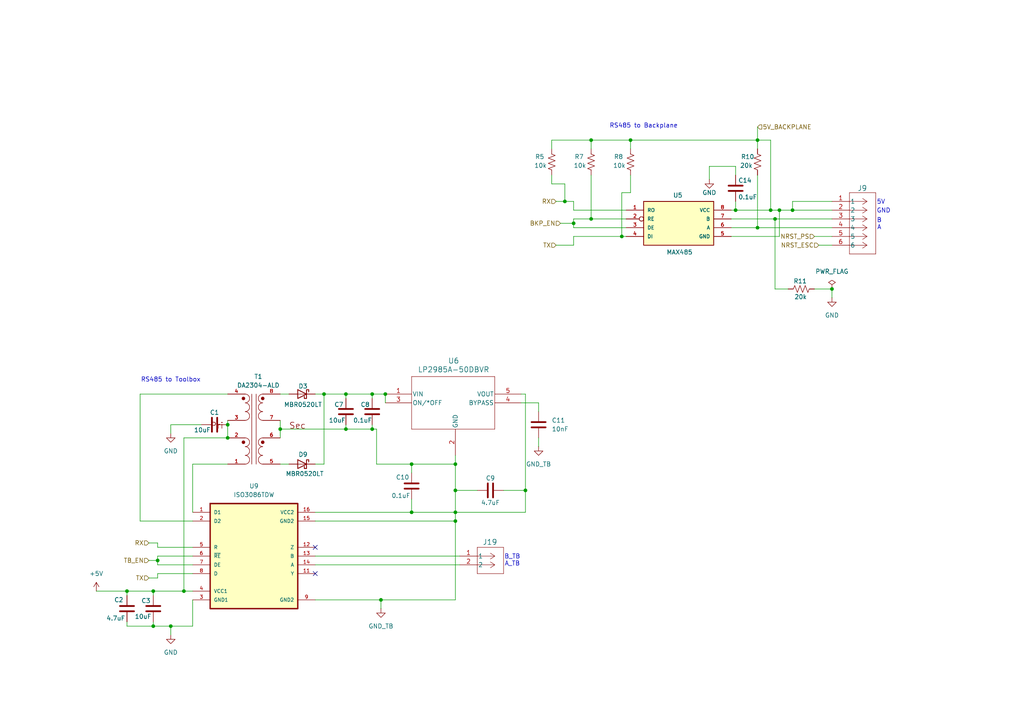
<source format=kicad_sch>
(kicad_sch (version 20231120) (generator "eeschema") (generator_version "8.0")
  (paper "A4")
  (lib_symbols
    (symbol "0430450212:430450212" (pin_names (offset 0.254))
      (property "Reference" "J" (at 8.89 6.35 0))
      (property "Value" "430450212" (at 0 0 0))
      (symbol "430450212_1_1"
        (polyline (pts (xy 5.08 -5.08) (xy 12.7 -5.08)) (stroke (width 0.127)))
        (polyline (pts (xy 5.08 2.54) (xy 5.08 -5.08)) (stroke (width 0.127)))
        (polyline (pts (xy 10.16 -2.54) (xy 5.08 -2.54)) (stroke (width 0.127)))
        (polyline (pts (xy 10.16 -2.54) (xy 8.89 -3.3867)) (stroke (width 0.127)))
        (polyline (pts (xy 10.16 -2.54) (xy 8.89 -1.6933)) (stroke (width 0.127)))
        (polyline (pts (xy 10.16 0) (xy 5.08 0)) (stroke (width 0.127)))
        (polyline (pts (xy 10.16 0) (xy 8.89 -0.8467)) (stroke (width 0.127)))
        (polyline (pts (xy 10.16 0) (xy 8.89 0.8467)) (stroke (width 0.127)))
        (polyline (pts (xy 12.7 -5.08) (xy 12.7 2.54)) (stroke (width 0.127)))
        (polyline (pts (xy 12.7 2.54) (xy 5.08 2.54)) (stroke (width 0.127)))
        (pin unspecified line (at 0 0 0) (length 5.08) (name "1") (number "1"))
        (pin unspecified line (at 0 -2.54 0) (length 5.08) (name "2") (number "2"))
      )
      (symbol "430450212_1_2"
        (polyline (pts (xy 5.08 -5.08) (xy 12.7 -5.08)) (stroke (width 0.127)))
        (polyline (pts (xy 5.08 2.54) (xy 5.08 -5.08)) (stroke (width 0.127)))
        (polyline (pts (xy 7.62 -2.54) (xy 5.08 -2.54)) (stroke (width 0.127)))
        (polyline (pts (xy 7.62 -2.54) (xy 8.89 -3.3867)) (stroke (width 0.127)))
        (polyline (pts (xy 7.62 -2.54) (xy 8.89 -1.6933)) (stroke (width 0.127)))
        (polyline (pts (xy 7.62 0) (xy 5.08 0)) (stroke (width 0.127)))
        (polyline (pts (xy 7.62 0) (xy 8.89 -0.8467)) (stroke (width 0.127)))
        (polyline (pts (xy 7.62 0) (xy 8.89 0.8467)) (stroke (width 0.127)))
        (polyline (pts (xy 12.7 -5.08) (xy 12.7 2.54)) (stroke (width 0.127)))
        (polyline (pts (xy 12.7 2.54) (xy 5.08 2.54)) (stroke (width 0.127)))
        (pin unspecified line (at 0 0 0) (length 5.08) (name "1") (number "1"))
        (pin unspecified line (at 0 -2.54 0) (length 5.08) (name "2") (number "2"))
      )
    )
    (symbol "CON_430450612_MOL:430450612" (pin_names (offset 0.254))
      (property "Reference" "J" (at 8.89 6.35 0))
      (property "Value" "430450612" (at 0 0 0))
      (symbol "430450612_1_1"
        (polyline (pts (xy 5.08 -15.24) (xy 12.7 -15.24)) (stroke (width 0.127)))
        (polyline (pts (xy 5.08 2.54) (xy 5.08 -15.24)) (stroke (width 0.127)))
        (polyline (pts (xy 10.16 -12.7) (xy 5.08 -12.7)) (stroke (width 0.127)))
        (polyline (pts (xy 10.16 -12.7) (xy 8.89 -13.5467)) (stroke (width 0.127)))
        (polyline (pts (xy 10.16 -12.7) (xy 8.89 -11.8533)) (stroke (width 0.127)))
        (polyline (pts (xy 10.16 -10.16) (xy 5.08 -10.16)) (stroke (width 0.127)))
        (polyline (pts (xy 10.16 -10.16) (xy 8.89 -11.0067)) (stroke (width 0.127)))
        (polyline (pts (xy 10.16 -10.16) (xy 8.89 -9.3133)) (stroke (width 0.127)))
        (polyline (pts (xy 10.16 -7.62) (xy 5.08 -7.62)) (stroke (width 0.127)))
        (polyline (pts (xy 10.16 -7.62) (xy 8.89 -8.4667)) (stroke (width 0.127)))
        (polyline (pts (xy 10.16 -7.62) (xy 8.89 -6.7733)) (stroke (width 0.127)))
        (polyline (pts (xy 10.16 -5.08) (xy 5.08 -5.08)) (stroke (width 0.127)))
        (polyline (pts (xy 10.16 -5.08) (xy 8.89 -5.9267)) (stroke (width 0.127)))
        (polyline (pts (xy 10.16 -5.08) (xy 8.89 -4.2333)) (stroke (width 0.127)))
        (polyline (pts (xy 10.16 -2.54) (xy 5.08 -2.54)) (stroke (width 0.127)))
        (polyline (pts (xy 10.16 -2.54) (xy 8.89 -3.3867)) (stroke (width 0.127)))
        (polyline (pts (xy 10.16 -2.54) (xy 8.89 -1.6933)) (stroke (width 0.127)))
        (polyline (pts (xy 10.16 0) (xy 5.08 0)) (stroke (width 0.127)))
        (polyline (pts (xy 10.16 0) (xy 8.89 -0.8467)) (stroke (width 0.127)))
        (polyline (pts (xy 10.16 0) (xy 8.89 0.8467)) (stroke (width 0.127)))
        (polyline (pts (xy 12.7 -15.24) (xy 12.7 2.54)) (stroke (width 0.127)))
        (polyline (pts (xy 12.7 2.54) (xy 5.08 2.54)) (stroke (width 0.127)))
        (pin unspecified line (at 0 0 0) (length 5.08) (name "1") (number "1"))
        (pin unspecified line (at 0 -2.54 0) (length 5.08) (name "2") (number "2"))
        (pin unspecified line (at 0 -5.08 0) (length 5.08) (name "3") (number "3"))
        (pin unspecified line (at 0 -7.62 0) (length 5.08) (name "4") (number "4"))
        (pin unspecified line (at 0 -10.16 0) (length 5.08) (name "5") (number "5"))
        (pin unspecified line (at 0 -12.7 0) (length 5.08) (name "6") (number "6"))
      )
      (symbol "430450612_1_2"
        (polyline (pts (xy 5.08 -15.24) (xy 12.7 -15.24)) (stroke (width 0.127)))
        (polyline (pts (xy 5.08 2.54) (xy 5.08 -15.24)) (stroke (width 0.127)))
        (polyline (pts (xy 7.62 -12.7) (xy 5.08 -12.7)) (stroke (width 0.127)))
        (polyline (pts (xy 7.62 -12.7) (xy 8.89 -13.5467)) (stroke (width 0.127)))
        (polyline (pts (xy 7.62 -12.7) (xy 8.89 -11.8533)) (stroke (width 0.127)))
        (polyline (pts (xy 7.62 -10.16) (xy 5.08 -10.16)) (stroke (width 0.127)))
        (polyline (pts (xy 7.62 -10.16) (xy 8.89 -11.0067)) (stroke (width 0.127)))
        (polyline (pts (xy 7.62 -10.16) (xy 8.89 -9.3133)) (stroke (width 0.127)))
        (polyline (pts (xy 7.62 -7.62) (xy 5.08 -7.62)) (stroke (width 0.127)))
        (polyline (pts (xy 7.62 -7.62) (xy 8.89 -8.4667)) (stroke (width 0.127)))
        (polyline (pts (xy 7.62 -7.62) (xy 8.89 -6.7733)) (stroke (width 0.127)))
        (polyline (pts (xy 7.62 -5.08) (xy 5.08 -5.08)) (stroke (width 0.127)))
        (polyline (pts (xy 7.62 -5.08) (xy 8.89 -5.9267)) (stroke (width 0.127)))
        (polyline (pts (xy 7.62 -5.08) (xy 8.89 -4.2333)) (stroke (width 0.127)))
        (polyline (pts (xy 7.62 -2.54) (xy 5.08 -2.54)) (stroke (width 0.127)))
        (polyline (pts (xy 7.62 -2.54) (xy 8.89 -3.3867)) (stroke (width 0.127)))
        (polyline (pts (xy 7.62 -2.54) (xy 8.89 -1.6933)) (stroke (width 0.127)))
        (polyline (pts (xy 7.62 0) (xy 5.08 0)) (stroke (width 0.127)))
        (polyline (pts (xy 7.62 0) (xy 8.89 -0.8467)) (stroke (width 0.127)))
        (polyline (pts (xy 7.62 0) (xy 8.89 0.8467)) (stroke (width 0.127)))
        (polyline (pts (xy 12.7 -15.24) (xy 12.7 2.54)) (stroke (width 0.127)))
        (polyline (pts (xy 12.7 2.54) (xy 5.08 2.54)) (stroke (width 0.127)))
        (pin unspecified line (at 0 0 0) (length 5.08) (name "1") (number "1"))
        (pin unspecified line (at 0 -2.54 0) (length 5.08) (name "2") (number "2"))
        (pin unspecified line (at 0 -5.08 0) (length 5.08) (name "3") (number "3"))
        (pin unspecified line (at 0 -7.62 0) (length 5.08) (name "4") (number "4"))
        (pin unspecified line (at 0 -10.16 0) (length 5.08) (name "5") (number "5"))
        (pin unspecified line (at 0 -12.7 0) (length 5.08) (name "6") (number "6"))
      )
    )
    (symbol "DA2304-ALD:DA2304-ALD" (pin_names (offset 1.016))
      (property "Reference" "T" (at -5.0839 12.7079 0))
      (property "Value" "DA2304-ALD" (at -5.0814 -15.2427 0))
      (symbol "DA2304-ALD_0_0"
        (circle (center -3.048 -3.81) (radius 0.254) (stroke (width 0.508)))
        (circle (center -3.048 8.89) (radius 0.254) (stroke (width 0.508)))
        (arc (start -2.54 -10.16) (mid -1.2755 -8.89) (end -2.54 -7.62) (stroke (width 0.1524)))
        (arc (start -2.54 -7.62) (mid -1.2755 -6.35) (end -2.54 -5.08) (stroke (width 0.1524)))
        (arc (start -2.54 -5.08) (mid -1.2755 -3.81) (end -2.54 -2.54) (stroke (width 0.1524)))
        (arc (start -2.54 2.54) (mid -1.2755 3.81) (end -2.54 5.08) (stroke (width 0.1524)))
        (arc (start -2.54 5.08) (mid -1.2755 6.35) (end -2.54 7.62) (stroke (width 0.1524)))
        (arc (start -2.54 7.62) (mid -1.2755 8.89) (end -2.54 10.16) (stroke (width 0.1524)))
        (polyline (pts (xy -0.635 10.16) (xy -0.635 -10.16)) (stroke (width 0.1524)))
        (polyline (pts (xy 0.635 10.16) (xy 0.635 -10.16)) (stroke (width 0.1524)))
        (arc (start 2.54 -7.62) (mid 1.2755 -8.89) (end 2.54 -10.16) (stroke (width 0.1524)))
        (arc (start 2.54 -5.08) (mid 1.2755 -6.35) (end 2.54 -7.62) (stroke (width 0.1524)))
        (circle (center 2.54 -3.81) (radius 0.254) (stroke (width 0.508)))
        (arc (start 2.54 -2.54) (mid 1.2755 -3.81) (end 2.54 -5.08) (stroke (width 0.1524)))
        (arc (start 2.54 5.08) (mid 1.2755 3.81) (end 2.54 2.54) (stroke (width 0.1524)))
        (arc (start 2.54 7.62) (mid 1.2755 6.35) (end 2.54 5.08) (stroke (width 0.1524)))
        (circle (center 2.54 8.89) (radius 0.254) (stroke (width 0.508)))
        (arc (start 2.54 10.16) (mid 1.2755 8.89) (end 2.54 7.62) (stroke (width 0.1524)))
        (text "Pri" (at -12.7 0 0) (effects (font (size 1.778 1.778)) (justify left bottom)))
        (text "Sec" (at 10.16 0 0) (effects (font (size 1.778 1.778)) (justify left bottom)))
        (pin passive line (at -7.62 -10.16 0) (length 5.08) (name "~") (number "1"))
        (pin passive line (at -7.62 -2.54 0) (length 5.08) (name "~") (number "2"))
        (pin passive line (at -7.62 2.54 0) (length 5.08) (name "~") (number "3"))
        (pin passive line (at -7.62 10.16 0) (length 5.08) (name "~") (number "4"))
        (pin passive line (at 7.62 -10.16 180) (length 5.08) (name "~") (number "5"))
        (pin passive line (at 7.62 -2.54 180) (length 5.08) (name "~") (number "6"))
        (pin passive line (at 7.62 2.54 180) (length 5.08) (name "~") (number "7"))
        (pin passive line (at 7.62 10.16 180) (length 5.08) (name "~") (number "8"))
      )
    )
    (symbol "Device:C" (pin_numbers hide) (pin_names (offset 0.254))
      (property "Reference" "C" (at 0.635 2.54 0))
      (property "Value" "C" (at 0.635 -2.54 0))
      (symbol "C_0_1"
        (polyline (pts (xy -2.032 -0.762) (xy 2.032 -0.762)) (stroke (width 0.508)))
        (polyline (pts (xy -2.032 0.762) (xy 2.032 0.762)) (stroke (width 0.508)))
      )
      (symbol "C_1_1"
        (pin passive line (at 0 3.81 270) (length 2.794) (name "~") (number "1"))
        (pin passive line (at 0 -3.81 90) (length 2.794) (name "~") (number "2"))
      )
    )
    (symbol "Device:R_US" (pin_numbers hide) (pin_names (offset 0))
      (property "Reference" "R" (at 2.54 0 90))
      (property "Value" "R_US" (at -2.54 0 90))
      (symbol "R_US_0_1"
        (polyline (pts (xy 0 -2.286) (xy 0 -2.54)))
        (polyline (pts (xy 0 2.286) (xy 0 2.54)))
        (polyline (pts (xy 0 -0.762) (xy 1.016 -1.143) (xy 0 -1.524) (xy -1.016 -1.905) (xy 0 -2.286)))
        (polyline (pts (xy 0 0.762) (xy 1.016 0.381) (xy 0 0) (xy -1.016 -0.381) (xy 0 -0.762)))
        (polyline (pts (xy 0 2.286) (xy 1.016 1.905) (xy 0 1.524) (xy -1.016 1.143) (xy 0 0.762)))
      )
      (symbol "R_US_1_1"
        (pin passive line (at 0 3.81 270) (length 1.27) (name "~") (number "1"))
        (pin passive line (at 0 -3.81 90) (length 1.27) (name "~") (number "2"))
      )
    )
    (symbol "Diode:MBR0520LT" (pin_numbers hide) (pin_names (offset 1.016) hide)
      (property "Reference" "D" (at 0 2.54 0))
      (property "Value" "MBR0520LT" (at 0 -2.54 0))
      (symbol "MBR0520LT_0_1"
        (polyline (pts (xy 1.27 0) (xy -1.27 0)))
        (polyline (pts (xy 1.27 1.27) (xy 1.27 -1.27) (xy -1.27 0) (xy 1.27 1.27)) (stroke (width 0.254)))
        (polyline (pts (xy -1.905 0.635) (xy -1.905 1.27) (xy -1.27 1.27) (xy -1.27 -1.27) (xy -0.635 -1.27) (xy -0.635 -0.635)) (stroke (width 0.254)))
      )
      (symbol "MBR0520LT_1_1"
        (pin passive line (at -3.81 0 0) (length 2.54) (name "K") (number "1"))
        (pin passive line (at 3.81 0 180) (length 2.54) (name "A") (number "2"))
      )
    )
    (symbol "ISO3086TDW:ISO3086TDW" (pin_names (offset 1.016))
      (property "Reference" "U9" (at 0 20.32 0))
      (property "Value" "ISO3086TDW" (at 0 17.78 0))
      (symbol "ISO3086TDW_0_0"
        (rectangle (start -12.7 15.24) (end 12.7 -15.24) (stroke (width 0.41)) (fill (type background)))
        (pin output line (at -17.78 12.7 0) (length 5.08) (name "D1") (number "1"))
        (pin output line (at 17.78 -5.08 180) (length 5.08) (name "Y") (number "11"))
        (pin output line (at 17.78 2.54 180) (length 5.08) (name "Z") (number "12"))
        (pin input line (at 17.78 0 180) (length 5.08) (name "B") (number "13"))
        (pin input line (at 17.78 -2.54 180) (length 5.08) (name "A") (number "14"))
        (pin power_in line (at 17.78 10.16 180) (length 5.08) (name "GND2") (number "15"))
        (pin power_in line (at 17.78 12.7 180) (length 5.08) (name "VCC2") (number "16"))
        (pin output line (at -17.78 10.16 0) (length 5.08) (name "D2") (number "2"))
        (pin power_in line (at -17.78 -12.7 0) (length 5.08) (name "GND1") (number "3"))
        (pin power_in line (at -17.78 -10.16 0) (length 5.08) (name "VCC1") (number "4"))
        (pin output line (at -17.78 2.54 0) (length 5.08) (name "R") (number "5"))
        (pin input line (at -17.78 0 0) (length 5.08) (name "~{RE}") (number "6"))
        (pin input line (at -17.78 -2.54 0) (length 5.08) (name "DE") (number "7"))
        (pin input line (at -17.78 -5.08 0) (length 5.08) (name "D") (number "8"))
        (pin power_in line (at 17.78 -12.7 180) (length 5.08) (name "GND2") (number "9"))
      )
    )
    (symbol "LP2985A-50DBVR:LP2985A-50DBVR" (pin_names (offset 0.254))
      (property "Reference" "U6" (at 19.812 9.652 0))
      (property "Value" "LP2985A-50DBVR" (at 19.812 7.112 0))
      (symbol "LP2985A-50DBVR_0_1"
        (polyline (pts (xy 7.62 -10.16) (xy 31.75 -10.16)) (stroke (width 0.127)))
        (polyline (pts (xy 7.62 5.08) (xy 7.62 -10.16)) (stroke (width 0.127)))
        (polyline (pts (xy 31.75 -10.16) (xy 31.75 5.08)) (stroke (width 0.127)))
        (polyline (pts (xy 31.75 5.08) (xy 7.62 5.08)) (stroke (width 0.127)))
        (pin input line (at 0 0 0) (length 7.62) (name "VIN") (number "1"))
        (pin power_in line (at 20.32 -17.78 90) (length 7.62) (name "GND") (number "2"))
        (pin unspecified line (at 0 -2.54 0) (length 7.62) (name "ON/*OFF") (number "3"))
        (pin unspecified line (at 39.37 -2.54 180) (length 7.62) (name "BYPASS") (number "4"))
        (pin output line (at 39.37 0 180) (length 7.62) (name "VOUT") (number "5"))
      )
    )
    (symbol "MAX485:MAX485" (pin_names (offset 1.016))
      (property "Reference" "U" (at -10.1786 7.634 0))
      (property "Value" "MAX485" (at -10.1702 -7.6276 0))
      (symbol "MAX485_0_0"
        (rectangle (start -10.16 -5.08) (end 10.16 7.62) (stroke (width 0.254)) (fill (type background)))
        (pin bidirectional line (at -15.24 5.08 0) (length 5.08) (name "RO") (number "1"))
        (pin bidirectional inverted (at -15.24 2.54 0) (length 5.08) (name "RE") (number "2"))
        (pin bidirectional line (at -15.24 0 0) (length 5.08) (name "DE") (number "3"))
        (pin bidirectional line (at -15.24 -2.54 0) (length 5.08) (name "DI") (number "4"))
        (pin bidirectional line (at 15.24 -2.54 180) (length 5.08) (name "GND") (number "5"))
        (pin bidirectional line (at 15.24 0 180) (length 5.08) (name "A") (number "6"))
        (pin bidirectional line (at 15.24 2.54 180) (length 5.08) (name "B") (number "7"))
        (pin bidirectional line (at 15.24 5.08 180) (length 5.08) (name "VCC") (number "8"))
      )
    )
    (symbol "power:+5V" (power) (pin_numbers hide) (pin_names (offset 0) hide)
      (property "Value" "+5V" (at 0 3.556 0))
      (symbol "+5V_0_1"
        (polyline (pts (xy -0.762 1.27) (xy 0 2.54)))
        (polyline (pts (xy 0 0) (xy 0 2.54)))
        (polyline (pts (xy 0 2.54) (xy 0.762 1.27)))
      )
      (symbol "+5V_1_1"
        (pin power_in line (at 0 0 90) (length 0) (name "~") (number "1"))
      )
    )
    (symbol "power:GND" (power) (pin_numbers hide) (pin_names (offset 0) hide)
      (property "Value" "GND" (at 0 -3.81 0))
      (symbol "GND_0_1"
        (polyline (pts (xy 0 0) (xy 0 -1.27) (xy 1.27 -1.27) (xy 0 -2.54) (xy -1.27 -1.27) (xy 0 -1.27)))
      )
      (symbol "GND_1_1"
        (pin power_in line (at 0 0 270) (length 0) (name "~") (number "1"))
      )
    )
    (symbol "power:GND2" (power) (pin_numbers hide) (pin_names (offset 0) hide)
      (property "Value" "GND2" (at 0 -3.81 0))
      (symbol "GND2_0_1"
        (polyline (pts (xy 0 0) (xy 0 -1.27) (xy 1.27 -1.27) (xy 0 -2.54) (xy -1.27 -1.27) (xy 0 -1.27)))
      )
      (symbol "GND2_1_1"
        (pin power_in line (at 0 0 270) (length 0) (name "~") (number "1"))
      )
    )
    (symbol "power:PWR_FLAG" (power) (pin_numbers hide) (pin_names (offset 0) hide)
      (property "Value" "PWR_FLAG" (at 0 3.81 0))
      (symbol "PWR_FLAG_0_0"
        (pin power_out line (at 0 0 90) (length 0) (name "~") (number "1"))
      )
      (symbol "PWR_FLAG_0_1"
        (polyline (pts (xy 0 0) (xy 0 1.27) (xy -1.016 1.905) (xy 0 2.54) (xy 1.016 1.905) (xy 0 1.27)))
      )
    )
  )
  (junction (at 224.79 63.5))
  (junction (at 182.88 40.64))
  (junction (at 100.33 114.3))
  (junction (at 241.3 83.82))
  (junction (at 107.95 124.46))
  (junction (at 81.28 124.46))
  (junction (at 66.04 123.19))
  (junction (at 36.83 171.45))
  (junction (at 226.06 60.96))
  (junction (at 53.34 171.45))
  (junction (at 219.71 66.04))
  (junction (at 132.08 151.13))
  (junction (at 171.45 40.64))
  (junction (at 163.83 58.42))
  (junction (at 111.76 114.3))
  (junction (at 110.49 173.99))
  (junction (at 132.08 134.62))
  (junction (at 45.72 162.56))
  (junction (at 180.34 68.58))
  (junction (at 213.36 60.96))
  (junction (at 44.45 181.61))
  (junction (at 229.87 60.96))
  (junction (at 107.95 114.3))
  (junction (at 100.33 124.46))
  (junction (at 119.38 148.59))
  (junction (at 152.4 142.24))
  (junction (at 66.04 127))
  (junction (at 171.45 63.5))
  (junction (at 119.38 134.62))
  (junction (at 132.08 142.24))
  (junction (at 132.08 148.59))
  (junction (at 44.45 171.45))
  (junction (at 49.53 181.61))
  (junction (at 166.37 64.77))
  (junction (at 223.52 60.96))
  (junction (at 219.71 40.64))
  (junction (at 93.98 114.3))
  (no_connect (at 91.44 166.37))
  (no_connect (at 91.44 158.75))
  (wire (pts (xy 81.28 124.46) (xy 100.33 124.46)))
  (wire (pts (xy 109.22 124.46) (xy 109.22 134.62)))
  (wire (pts (xy 107.95 124.46) (xy 109.22 124.46)))
  (wire (pts (xy 132.08 151.13) (xy 132.08 173.99)))
  (wire (pts (xy 55.88 134.62) (xy 66.04 134.62)))
  (wire (pts (xy 27.94 171.45) (xy 36.83 171.45)))
  (wire (pts (xy 166.37 63.5) (xy 166.37 64.77)))
  (wire (pts (xy 160.02 43.18) (xy 160.02 40.64)))
  (wire (pts (xy 166.37 58.42) (xy 166.37 60.96)))
  (wire (pts (xy 182.88 40.64) (xy 182.88 43.18)))
  (wire (pts (xy 55.88 161.29) (xy 45.72 161.29)))
  (wire (pts (xy 226.06 60.96) (xy 229.87 60.96)))
  (wire (pts (xy 119.38 134.62) (xy 132.08 134.62)))
  (wire (pts (xy 229.87 60.96) (xy 229.87 58.42)))
  (wire (pts (xy 53.34 127) (xy 53.34 171.45)))
  (wire (pts (xy 160.02 53.34) (xy 163.83 53.34)))
  (wire (pts (xy 36.83 181.61) (xy 44.45 181.61)))
  (wire (pts (xy 212.09 63.5) (xy 224.79 63.5)))
  (wire (pts (xy 171.45 50.8) (xy 171.45 63.5)))
  (wire (pts (xy 156.21 127) (xy 156.21 129.54)))
  (wire (pts (xy 119.38 144.78) (xy 119.38 148.59)))
  (wire (pts (xy 81.28 124.46) (xy 81.28 127)))
  (wire (pts (xy 132.08 142.24) (xy 132.08 148.59)))
  (wire (pts (xy 53.34 127) (xy 66.04 127)))
  (wire (pts (xy 171.45 40.64) (xy 182.88 40.64)))
  (wire (pts (xy 219.71 40.64) (xy 223.52 40.64)))
  (wire (pts (xy 180.34 68.58) (xy 181.61 68.58)))
  (wire (pts (xy 100.33 114.3) (xy 100.33 115.57)))
  (wire (pts (xy 91.44 114.3) (xy 93.98 114.3)))
  (wire (pts (xy 49.53 181.61) (xy 49.53 184.15)))
  (wire (pts (xy 91.44 148.59) (xy 119.38 148.59)))
  (wire (pts (xy 219.71 36.83) (xy 219.71 40.64)))
  (wire (pts (xy 182.88 55.88) (xy 180.34 55.88)))
  (wire (pts (xy 163.83 58.42) (xy 166.37 58.42)))
  (wire (pts (xy 241.3 68.58) (xy 236.22 68.58)))
  (wire (pts (xy 55.88 151.13) (xy 40.64 151.13)))
  (wire (pts (xy 223.52 60.96) (xy 226.06 60.96)))
  (wire (pts (xy 55.88 158.75) (xy 45.72 158.75)))
  (wire (pts (xy 166.37 68.58) (xy 180.34 68.58)))
  (wire (pts (xy 111.76 114.3) (xy 111.76 116.84)))
  (wire (pts (xy 156.21 116.84) (xy 156.21 119.38)))
  (wire (pts (xy 224.79 63.5) (xy 224.79 83.82)))
  (wire (pts (xy 182.88 50.8) (xy 182.88 55.88)))
  (wire (pts (xy 223.52 60.96) (xy 223.52 40.64)))
  (wire (pts (xy 181.61 63.5) (xy 171.45 63.5)))
  (wire (pts (xy 109.22 134.62) (xy 119.38 134.62)))
  (wire (pts (xy 49.53 181.61) (xy 55.88 181.61)))
  (wire (pts (xy 55.88 166.37) (xy 45.72 166.37)))
  (wire (pts (xy 107.95 123.19) (xy 107.95 124.46)))
  (wire (pts (xy 236.22 83.82) (xy 241.3 83.82)))
  (wire (pts (xy 36.83 171.45) (xy 44.45 171.45)))
  (wire (pts (xy 171.45 40.64) (xy 171.45 43.18)))
  (wire (pts (xy 171.45 63.5) (xy 166.37 63.5)))
  (wire (pts (xy 160.02 40.64) (xy 171.45 40.64)))
  (wire (pts (xy 132.08 142.24) (xy 138.43 142.24)))
  (wire (pts (xy 163.83 53.34) (xy 163.83 58.42)))
  (wire (pts (xy 151.13 116.84) (xy 156.21 116.84)))
  (wire (pts (xy 213.36 50.8) (xy 213.36 48.26)))
  (wire (pts (xy 119.38 148.59) (xy 132.08 148.59)))
  (wire (pts (xy 100.33 123.19) (xy 100.33 124.46)))
  (wire (pts (xy 91.44 151.13) (xy 132.08 151.13)))
  (wire (pts (xy 213.36 48.26) (xy 205.74 48.26)))
  (wire (pts (xy 40.64 151.13) (xy 40.64 114.3)))
  (wire (pts (xy 91.44 134.62) (xy 93.98 134.62)))
  (wire (pts (xy 49.53 123.19) (xy 58.42 123.19)))
  (wire (pts (xy 213.36 60.96) (xy 223.52 60.96)))
  (wire (pts (xy 93.98 114.3) (xy 100.33 114.3)))
  (wire (pts (xy 44.45 171.45) (xy 53.34 171.45)))
  (wire (pts (xy 161.29 71.12) (xy 166.37 71.12)))
  (wire (pts (xy 166.37 71.12) (xy 166.37 68.58)))
  (wire (pts (xy 55.88 163.83) (xy 45.72 163.83)))
  (wire (pts (xy 66.04 121.92) (xy 66.04 123.19)))
  (wire (pts (xy 132.08 148.59) (xy 132.08 151.13)))
  (wire (pts (xy 44.45 180.34) (xy 44.45 181.61)))
  (wire (pts (xy 45.72 158.75) (xy 45.72 157.48)))
  (wire (pts (xy 205.74 48.26) (xy 205.74 52.07)))
  (wire (pts (xy 91.44 161.29) (xy 133.35 161.29)))
  (wire (pts (xy 36.83 180.34) (xy 36.83 181.61)))
  (wire (pts (xy 229.87 60.96) (xy 241.3 60.96)))
  (wire (pts (xy 237.49 71.12) (xy 241.3 71.12)))
  (wire (pts (xy 212.09 66.04) (xy 219.71 66.04)))
  (wire (pts (xy 162.56 64.77) (xy 166.37 64.77)))
  (wire (pts (xy 180.34 55.88) (xy 180.34 68.58)))
  (wire (pts (xy 44.45 171.45) (xy 44.45 172.72)))
  (wire (pts (xy 212.09 60.96) (xy 213.36 60.96)))
  (wire (pts (xy 160.02 50.8) (xy 160.02 53.34)))
  (wire (pts (xy 182.88 40.64) (xy 219.71 40.64)))
  (wire (pts (xy 161.29 58.42) (xy 163.83 58.42)))
  (wire (pts (xy 107.95 114.3) (xy 111.76 114.3)))
  (wire (pts (xy 81.28 114.3) (xy 83.82 114.3)))
  (wire (pts (xy 213.36 58.42) (xy 213.36 60.96)))
  (wire (pts (xy 81.28 134.62) (xy 83.82 134.62)))
  (wire (pts (xy 229.87 58.42) (xy 241.3 58.42)))
  (wire (pts (xy 100.33 124.46) (xy 107.95 124.46)))
  (wire (pts (xy 91.44 173.99) (xy 110.49 173.99)))
  (wire (pts (xy 132.08 134.62) (xy 132.08 142.24)))
  (wire (pts (xy 152.4 142.24) (xy 152.4 114.3)))
  (wire (pts (xy 44.45 181.61) (xy 49.53 181.61)))
  (wire (pts (xy 36.83 171.45) (xy 36.83 172.72)))
  (wire (pts (xy 91.44 163.83) (xy 133.35 163.83)))
  (wire (pts (xy 45.72 163.83) (xy 45.72 162.56)))
  (wire (pts (xy 45.72 162.56) (xy 43.18 162.56)))
  (wire (pts (xy 119.38 134.62) (xy 119.38 137.16)))
  (wire (pts (xy 212.09 68.58) (xy 226.06 68.58)))
  (wire (pts (xy 93.98 114.3) (xy 93.98 134.62)))
  (wire (pts (xy 40.64 114.3) (xy 66.04 114.3)))
  (wire (pts (xy 241.3 83.82) (xy 241.3 86.36)))
  (wire (pts (xy 55.88 173.99) (xy 55.88 181.61)))
  (wire (pts (xy 49.53 123.19) (xy 49.53 125.73)))
  (wire (pts (xy 107.95 114.3) (xy 107.95 115.57)))
  (wire (pts (xy 224.79 63.5) (xy 241.3 63.5)))
  (wire (pts (xy 45.72 167.64) (xy 43.18 167.64)))
  (wire (pts (xy 100.33 114.3) (xy 107.95 114.3)))
  (wire (pts (xy 166.37 64.77) (xy 166.37 66.04)))
  (wire (pts (xy 110.49 173.99) (xy 132.08 173.99)))
  (wire (pts (xy 219.71 40.64) (xy 219.71 43.18)))
  (wire (pts (xy 226.06 68.58) (xy 226.06 60.96)))
  (wire (pts (xy 219.71 50.8) (xy 219.71 66.04)))
  (wire (pts (xy 45.72 166.37) (xy 45.72 167.64)))
  (wire (pts (xy 152.4 114.3) (xy 151.13 114.3)))
  (wire (pts (xy 152.4 148.59) (xy 152.4 142.24)))
  (wire (pts (xy 219.71 66.04) (xy 241.3 66.04)))
  (wire (pts (xy 45.72 157.48) (xy 43.18 157.48)))
  (wire (pts (xy 66.04 123.19) (xy 66.04 127)))
  (wire (pts (xy 81.28 121.92) (xy 81.28 124.46)))
  (wire (pts (xy 132.08 132.08) (xy 132.08 134.62)))
  (wire (pts (xy 132.08 148.59) (xy 152.4 148.59)))
  (wire (pts (xy 224.79 83.82) (xy 228.6 83.82)))
  (wire (pts (xy 55.88 148.59) (xy 55.88 134.62)))
  (wire (pts (xy 45.72 161.29) (xy 45.72 162.56)))
  (wire (pts (xy 166.37 60.96) (xy 181.61 60.96)))
  (wire (pts (xy 53.34 171.45) (xy 55.88 171.45)))
  (wire (pts (xy 110.49 173.99) (xy 110.49 176.53)))
  (wire (pts (xy 166.37 66.04) (xy 181.61 66.04)))
  (wire (pts (xy 146.05 142.24) (xy 152.4 142.24)))
  (text "GND" (at 256.286 61.214 0) (effects (font (size 1.27 1.27))))
  (text "B\nA" (at 255.016 65.024 0) (effects (font (size 1.27 1.27))))
  (text "RS485 to Backplane" (at 186.69 36.576 0) (effects (font (size 1.27 1.27))))
  (text "5V\n\n" (at 255.524 59.69 0) (effects (font (size 1.27 1.27))))
  (text "RS485 to Toolbox\n" (at 49.53 110.236 0) (effects (font (size 1.27 1.27))))
  (text "B_TB\nA_TB" (at 148.59 162.56 0) (effects (font (size 1.27 1.27))))
  (hierarchical_label "RX" (shape input) (at 161.29 58.42 180))
  (hierarchical_label "BKP_EN" (shape input) (at 162.56 64.77 180))
  (hierarchical_label "NRST_ESC" (shape input) (at 237.49 71.12 180))
  (hierarchical_label "TX" (shape input) (at 161.29 71.12 180))
  (hierarchical_label "TB_EN" (shape input) (at 43.18 162.56 180))
  (hierarchical_label "5V_BACKPLANE" (shape input) (at 219.71 36.83 0))
  (hierarchical_label "TX" (shape input) (at 43.18 167.64 180))
  (hierarchical_label "RX" (shape input) (at 43.18 157.48 180))
  (hierarchical_label "NRST_PS" (shape input) (at 236.22 68.58 180))
  (symbol (lib_id "Diode:MBR0520LT") (at 87.63 134.62 0) (mirror y) (unit 1)
    (property "Reference" "D9" (at 87.884 131.826 0))
    (property "Value" "MBR0520LT" (at 88.392 137.414 0))
    (property "Footprint" "Diode_SMD:D_SOD-123" (effects (hide yes)))
    (property "Datasheet" "http://www.onsemi.com/pub_link/Collateral/MBR0520LT1-D.PDF" (effects (hide yes)))
    (property "Description" "20V 0.5A Schottky Power Rectifier Diode, SOD-123" (effects (hide yes)))
  )
  (symbol (lib_id "Device:C") (at 62.23 123.19 90) (mirror x) (unit 1)
    (property "Reference" "C1" (at 62.23 119.634 90))
    (property "Value" "10uF" (at 58.674 124.714 90))
    (property "Description" "Unpolarized capacitor" (effects (hide yes)))
  )
  (symbol (lib_id "Device:C") (at 107.95 119.38 0) (mirror x) (unit 1)
    (property "Reference" "C8" (at 105.918 117.348 0))
    (property "Value" "0.1uF" (at 105.156 121.92 0))
    (property "Description" "Unpolarized capacitor" (effects (hide yes)))
  )
  (symbol (lib_id "power:GND") (at 49.53 184.15 0) (unit 1)
    (property "Reference" "#PWR053" (effects (hide yes)))
    (property "Value" "GND" (at 49.53 189.23 0))
    (property "Description" "Power symbol creates a global label with name \"GND\" , ground" (effects (hide yes)))
  )
  (symbol (lib_id "LP2985A-50DBVR:LP2985A-50DBVR") (at 111.76 114.3 0) (unit 1)
    (property "Reference" "U6" (at 131.572 104.648 0) (effects (font (size 1.524 1.524))))
    (property "Value" "LP2985A-50DBVR" (at 131.572 107.188 0) (effects (font (size 1.524 1.524))))
    (property "Footprint" "DBV5" (effects (hide yes)))
    (property "Datasheet" "LP2985A-50DBVR" (effects (hide yes)))
  )
  (symbol (lib_id "Diode:MBR0520LT") (at 87.63 114.3 0) (mirror y) (unit 1)
    (property "Reference" "D3" (at 87.884 112.014 0))
    (property "Value" "MBR0520LT" (at 87.884 117.348 0))
    (property "Footprint" "Diode_SMD:D_SOD-123" (effects (hide yes)))
    (property "Datasheet" "http://www.onsemi.com/pub_link/Collateral/MBR0520LT1-D.PDF" (effects (hide yes)))
    (property "Description" "20V 0.5A Schottky Power Rectifier Diode, SOD-123" (effects (hide yes)))
  )
  (symbol (lib_id "Device:R_US") (at 219.71 46.99 0) (unit 1)
    (property "Reference" "R10" (at 214.884 45.466 0) (effects (justify left)))
    (property "Value" "20k" (at 214.63 48.006 0) (effects (justify left)))
    (property "Description" "Resistor, US symbol" (effects (hide yes)))
  )
  (symbol (lib_id "Device:C") (at 36.83 176.53 0) (mirror y) (unit 1)
    (property "Reference" "C2" (at 35.814 173.99 0) (effects (justify left)))
    (property "Value" "4.7uF" (at 36.322 179.324 0) (effects (justify left)))
    (property "Description" "Unpolarized capacitor" (effects (hide yes)))
  )
  (symbol (lib_id "power:GND") (at 205.74 52.07 0) (unit 1)
    (property "Reference" "#PWR020" (effects (hide yes)))
    (property "Value" "GND" (at 205.74 55.88 0))
    (property "Description" "Power symbol creates a global label with name \"GND\" , ground" (effects (hide yes)))
  )
  (symbol (lib_id "power:GND2") (at 110.49 176.53 0) (unit 1)
    (property "Reference" "#PWR055" (effects (hide yes)))
    (property "Value" "GND_TB" (at 110.49 181.61 0))
    (property "Description" "Power symbol creates a global label with name \"GND2\" , ground" (effects (hide yes)))
  )
  (symbol (lib_id "power:PWR_FLAG") (at 241.3 83.82 0) (unit 1)
    (property "Reference" "#FLG02" (effects (hide yes)))
    (property "Value" "PWR_FLAG" (at 241.3 78.74 0))
    (property "Description" "Special symbol for telling ERC where power comes from" (effects (hide yes)))
  )
  (symbol (lib_id "Device:R_US") (at 232.41 83.82 270) (unit 1)
    (property "Reference" "R11" (at 230.124 81.534 90) (effects (justify left)))
    (property "Value" "20k" (at 230.378 86.106 90) (effects (justify left)))
    (property "Description" "Resistor, US symbol" (effects (hide yes)))
  )
  (symbol (lib_id "Device:R_US") (at 182.88 46.99 0) (unit 1)
    (property "Reference" "R8" (at 178.054 45.466 0) (effects (justify left)))
    (property "Value" "10k" (at 177.8 48.006 0) (effects (justify left)))
    (property "Description" "Resistor, US symbol" (effects (hide yes)))
  )
  (symbol (lib_id "power:+5V") (at 27.94 171.45 0) (unit 1)
    (property "Reference" "#PWR054" (effects (hide yes)))
    (property "Value" "+5V" (at 27.94 166.37 0))
    (property "Description" "Power symbol creates a global label with name \"+5V\"" (effects (hide yes)))
  )
  (symbol (lib_id "CON_430450612_MOL:430450612") (at 241.3 58.42 0) (unit 1)
    (property "Reference" "J9" (at 248.666 54.61 0) (effects (font (size 1.524 1.524)) (justify left)))
    (property "Value" "430450612" (effects (hide yes)))
    (property "Footprint" "CON_430450612_MOL" (effects (hide yes)))
    (property "Datasheet" "430450612" (effects (hide yes)))
  )
  (symbol (lib_id "Device:C") (at 156.21 123.19 0) (unit 1)
    (property "Reference" "C11" (at 160.02 121.9199 0) (effects (justify left)))
    (property "Value" "10nF" (at 160.02 124.4599 0) (effects (justify left)))
    (property "Description" "Unpolarized capacitor" (effects (hide yes)))
  )
  (symbol (lib_id "Device:C") (at 119.38 140.97 0) (unit 1)
    (property "Reference" "C10" (at 114.808 138.43 0) (effects (justify left)))
    (property "Value" "0.1uF" (at 113.538 143.764 0) (effects (justify left)))
    (property "Description" "Unpolarized capacitor" (effects (hide yes)))
  )
  (symbol (lib_id "DA2304-ALD:DA2304-ALD") (at 73.66 124.46 0) (unit 1)
    (property "Reference" "T1" (at 74.9163 109.22 0))
    (property "Value" "DA2304-ALD" (at 74.9163 111.76 0))
    (property "Footprint" "DA2304-ALD:XFMR_DA2304-ALD" (effects (hide yes)))
    (property "MF" "Coilcraft" (effects (hide yes)))
    (property "MAXIMUM_PACKAGE_HEIGHT" "5.97mm" (effects (hide yes)))
    (property "Package" "None" (effects (hide yes)))
    (property "Price" "None" (effects (hide yes)))
    (property "Check_prices" "https://www.snapeda.com/parts/DA2304-ALD/Coilcraft/view-part/?ref=eda" (effects (hide yes)))
    (property "STANDARD" "Manufacturer Recommendations" (effects (hide yes)))
    (property "PARTREV" "02/15/19" (effects (hide yes)))
    (property "SnapEDA_Link" "https://www.snapeda.com/parts/DA2304-ALD/Coilcraft/view-part/?ref=snap" (effects (hide yes)))
    (property "MP" "DA2304-ALD" (effects (hide yes)))
    (property "Description_1" "\nTransformer, for ADM2485, 3.3-6V, SMT, RoHS\n" (effects (hide yes)))
    (property "Availability" "In Stock" (effects (hide yes)))
    (property "MANUFACTURER" "CoilCraft" (effects (hide yes)))
  )
  (symbol (lib_id "MAX485:MAX485") (at 196.85 66.04 0) (unit 1)
    (property "Reference" "U5" (at 196.596 56.642 0))
    (property "Value" "MAX485" (at 197.104 73.152 0))
    (property "MF" "Analog Devices" (effects (hide yes)))
    (property "Description_1" "\n1/1 Transceiver Half RS422, RS485 8-uMAX-EP|8-uSOP-EP\n" (effects (hide yes)))
    (property "Package" "None" (effects (hide yes)))
    (property "Price" "None" (effects (hide yes)))
    (property "SnapEDA_Link" "https://www.snapeda.com/parts/MAX485/Analog+Devices/view-part/?ref=snap" (effects (hide yes)))
    (property "MP" "MAX485" (effects (hide yes)))
    (property "Availability" "In Stock" (effects (hide yes)))
    (property "Check_prices" "https://www.snapeda.com/parts/MAX485/Analog+Devices/view-part/?ref=eda" (effects (hide yes)))
  )
  (symbol (lib_id "Device:C") (at 44.45 176.53 0) (mirror y) (unit 1)
    (property "Reference" "C3" (at 43.688 174.244 0) (effects (justify left)))
    (property "Value" "10uF" (at 43.942 178.816 0) (effects (justify left)))
    (property "Description" "Unpolarized capacitor" (effects (hide yes)))
  )
  (symbol (lib_id "Device:R_US") (at 171.45 46.99 0) (unit 1)
    (property "Reference" "R7" (at 166.624 45.466 0) (effects (justify left)))
    (property "Value" "10k" (at 166.37 48.006 0) (effects (justify left)))
    (property "Description" "Resistor, US symbol" (effects (hide yes)))
  )
  (symbol (lib_id "Device:C") (at 100.33 119.38 0) (mirror x) (unit 1)
    (property "Reference" "C7" (at 98.298 117.348 0))
    (property "Value" "10uF" (at 97.79 121.92 0))
    (property "Description" "Unpolarized capacitor" (effects (hide yes)))
  )
  (symbol (lib_id "ISO3086TDW:ISO3086TDW") (at 73.66 161.29 0) (unit 1)
    (property "Reference" "U9" (at 73.66 140.97 0))
    (property "Value" "ISO3086TDW" (at 73.66 143.51 0))
    (property "Footprint" "ISO3086TDW:SOIC127P1030X265-16N" (effects (hide yes)))
    (property "MF" "Texas Instruments" (effects (hide yes)))
    (property "Description_1" "\n20-Mbps full-duplex 2.5-kVrms isolated RS-485/RS-422 transceiver with integrated transformer driver\n" (effects (hide yes)))
    (property "Package" "SOIC-16 Texas Instruments" (effects (hide yes)))
    (property "Price" "None" (effects (hide yes)))
    (property "SnapEDA_Link" "https://www.snapeda.com/parts/ISO3086TDW/Texas+Instruments/view-part/?ref=snap" (effects (hide yes)))
    (property "MP" "ISO3086TDW" (effects (hide yes)))
    (property "Purchase-URL" "https://www.snapeda.com/api/url_track_click_mouser/?unipart_id=231295&manufacturer=Texas Instruments&part_name=ISO3086TDW&search_term=iso3086t" (effects (hide yes)))
    (property "Availability" "In Stock" (effects (hide yes)))
    (property "Check_prices" "https://www.snapeda.com/parts/ISO3086TDW/Texas+Instruments/view-part/?ref=eda" (effects (hide yes)))
  )
  (symbol (lib_id "Device:R_US") (at 160.02 46.99 0) (unit 1)
    (property "Reference" "R5" (at 155.194 45.466 0) (effects (justify left)))
    (property "Value" "10k" (at 154.94 48.006 0) (effects (justify left)))
    (property "Description" "Resistor, US symbol" (effects (hide yes)))
  )
  (symbol (lib_id "0430450212:430450212") (at 133.35 161.29 0) (unit 1)
    (property "Reference" "J19" (at 139.954 157.226 0) (effects (font (size 1.524 1.524)) (justify left)))
    (property "Value" "430450212" (effects (hide yes)))
    (property "Footprint" "CON_430450212_MOL" (effects (hide yes)))
    (property "Datasheet" "430450212" (effects (hide yes)))
  )
  (symbol (lib_id "power:GND") (at 49.53 125.73 0) (unit 1)
    (property "Reference" "#PWR042" (effects (hide yes)))
    (property "Value" "GND" (at 49.53 130.81 0))
    (property "Description" "Power symbol creates a global label with name \"GND\" , ground" (effects (hide yes)))
  )
  (symbol (lib_id "power:GND2") (at 156.21 129.54 0) (unit 1)
    (property "Reference" "#PWR056" (effects (hide yes)))
    (property "Value" "GND_TB" (at 156.21 134.62 0))
    (property "Description" "Power symbol creates a global label with name \"GND2\" , ground" (effects (hide yes)))
  )
  (symbol (lib_id "Device:C") (at 213.36 54.61 0) (unit 1)
    (property "Reference" "C14" (at 214.122 52.324 0) (effects (justify left)))
    (property "Value" "0.1uF" (at 214.122 57.15 0) (effects (justify left)))
    (property "Description" "Unpolarized capacitor" (effects (hide yes)))
  )
  (symbol (lib_id "Device:C") (at 142.24 142.24 90) (unit 1)
    (property "Reference" "C9" (at 142.24 138.684 90))
    (property "Value" "4.7uF" (at 142.24 145.796 90))
    (property "Description" "Unpolarized capacitor" (effects (hide yes)))
  )
  (symbol (lib_id "power:GND") (at 241.3 86.36 0) (unit 1)
    (property "Reference" "#PWR021" (effects (hide yes)))
    (property "Value" "GND" (at 241.3 91.44 0))
    (property "Description" "Power symbol creates a global label with name \"GND\" , ground" (effects (hide yes)))
  )
)
</source>
